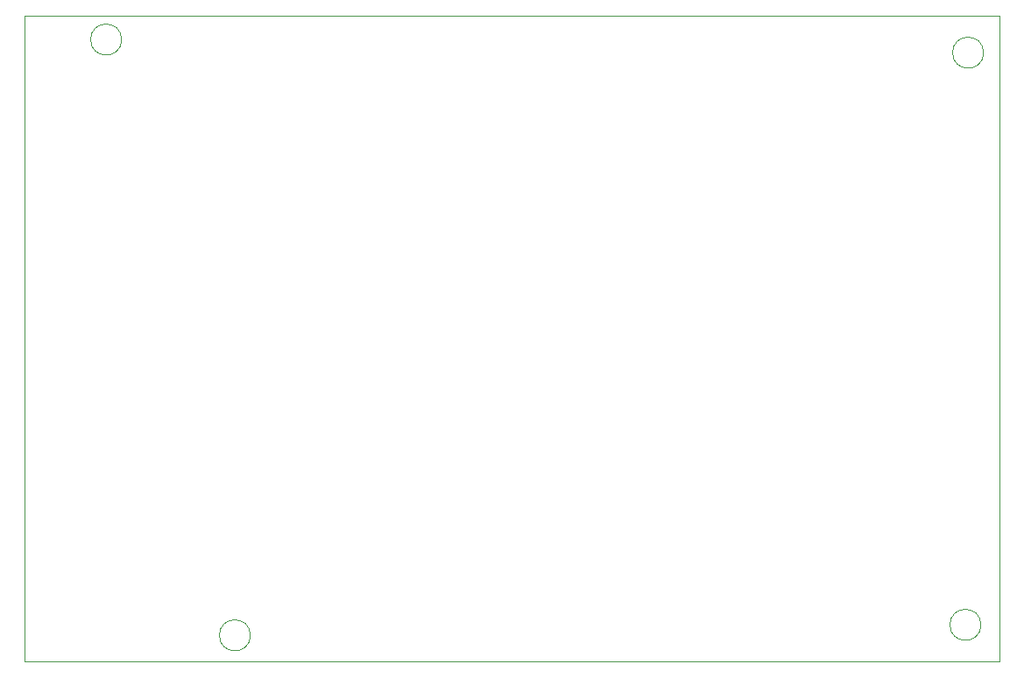
<source format=gm1>
G04 #@! TF.GenerationSoftware,KiCad,Pcbnew,(5.1.9)-1*
G04 #@! TF.CreationDate,2021-06-24T21:47:46+02:00*
G04 #@! TF.ProjectId,cypress_inp,63797072-6573-4735-9f69-6e702e6b6963,1.0*
G04 #@! TF.SameCoordinates,Original*
G04 #@! TF.FileFunction,Profile,NP*
%FSLAX46Y46*%
G04 Gerber Fmt 4.6, Leading zero omitted, Abs format (unit mm)*
G04 Created by KiCad (PCBNEW (5.1.9)-1) date 2021-06-24 21:47:46*
%MOMM*%
%LPD*%
G01*
G04 APERTURE LIST*
G04 #@! TA.AperFunction,Profile*
%ADD10C,0.050000*%
G04 #@! TD*
G04 APERTURE END LIST*
D10*
X59182000Y-69342000D02*
X153416000Y-69342000D01*
X59182000Y-131826000D02*
X153416000Y-131826000D01*
X68556000Y-71628000D02*
G75*
G03*
X68556000Y-71628000I-1500000J0D01*
G01*
X151868000Y-72898000D02*
G75*
G03*
X151868000Y-72898000I-1500000J0D01*
G01*
X151614000Y-128270000D02*
G75*
G03*
X151614000Y-128270000I-1500000J0D01*
G01*
X81002000Y-129286000D02*
G75*
G03*
X81002000Y-129286000I-1500000J0D01*
G01*
X153416000Y-69342000D02*
X153416000Y-131826000D01*
X59182000Y-131826000D02*
X59182000Y-69342000D01*
M02*

</source>
